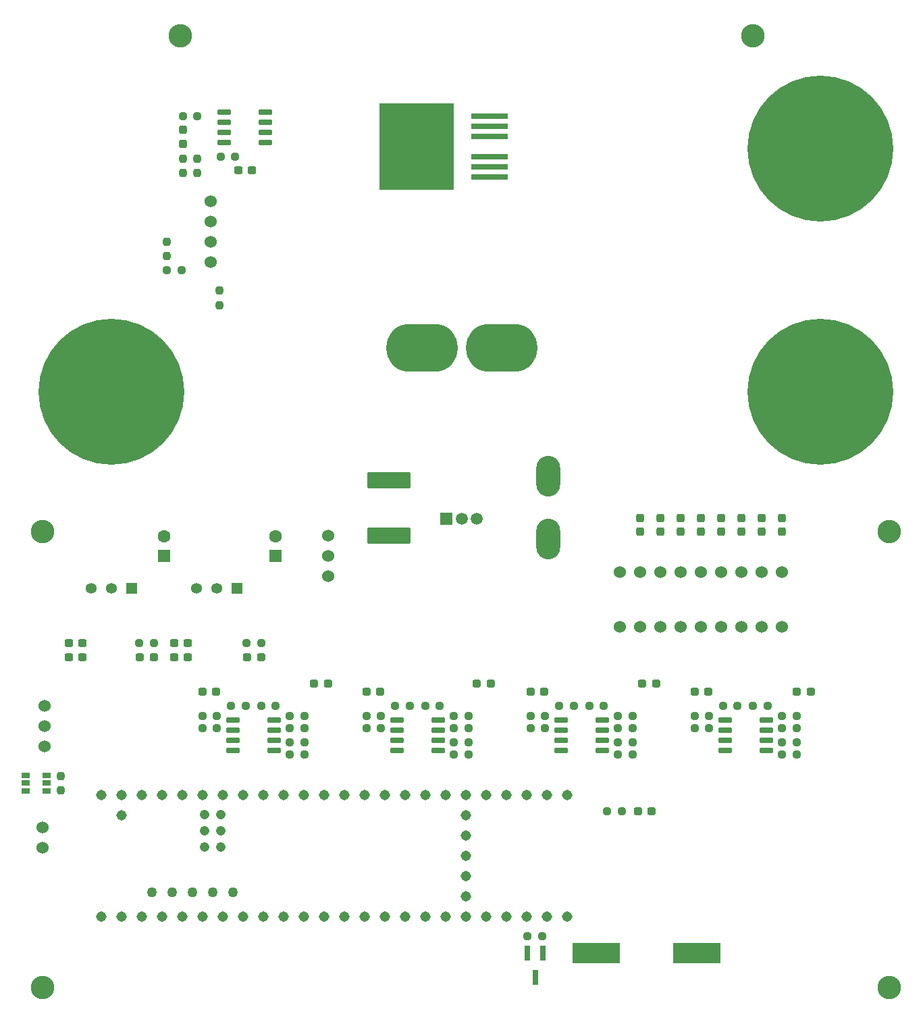
<source format=gts>
G04 #@! TF.GenerationSoftware,KiCad,Pcbnew,(6.0.8)*
G04 #@! TF.CreationDate,2022-10-20T17:13:59-05:00*
G04 #@! TF.ProjectId,2022Rev3,32303232-5265-4763-932e-6b696361645f,rev?*
G04 #@! TF.SameCoordinates,Original*
G04 #@! TF.FileFunction,Soldermask,Top*
G04 #@! TF.FilePolarity,Negative*
%FSLAX46Y46*%
G04 Gerber Fmt 4.6, Leading zero omitted, Abs format (unit mm)*
G04 Created by KiCad (PCBNEW (6.0.8)) date 2022-10-20 17:13:59*
%MOMM*%
%LPD*%
G01*
G04 APERTURE LIST*
G04 Aperture macros list*
%AMRoundRect*
0 Rectangle with rounded corners*
0 $1 Rounding radius*
0 $2 $3 $4 $5 $6 $7 $8 $9 X,Y pos of 4 corners*
0 Add a 4 corners polygon primitive as box body*
4,1,4,$2,$3,$4,$5,$6,$7,$8,$9,$2,$3,0*
0 Add four circle primitives for the rounded corners*
1,1,$1+$1,$2,$3*
1,1,$1+$1,$4,$5*
1,1,$1+$1,$6,$7*
1,1,$1+$1,$8,$9*
0 Add four rect primitives between the rounded corners*
20,1,$1+$1,$2,$3,$4,$5,0*
20,1,$1+$1,$4,$5,$6,$7,0*
20,1,$1+$1,$6,$7,$8,$9,0*
20,1,$1+$1,$8,$9,$2,$3,0*%
%AMHorizOval*
0 Thick line with rounded ends*
0 $1 width*
0 $2 $3 position (X,Y) of the first rounded end (center of the circle)*
0 $4 $5 position (X,Y) of the second rounded end (center of the circle)*
0 Add line between two ends*
20,1,$1,$2,$3,$4,$5,0*
0 Add two circle primitives to create the rounded ends*
1,1,$1,$2,$3*
1,1,$1,$4,$5*%
G04 Aperture macros list end*
%ADD10RoundRect,0.237500X-0.250000X-0.237500X0.250000X-0.237500X0.250000X0.237500X-0.250000X0.237500X0*%
%ADD11R,1.358000X1.358000*%
%ADD12C,1.358000*%
%ADD13R,0.800000X1.900000*%
%ADD14RoundRect,0.237500X-0.237500X0.250000X-0.237500X-0.250000X0.237500X-0.250000X0.237500X0.250000X0*%
%ADD15RoundRect,0.150000X0.725000X0.150000X-0.725000X0.150000X-0.725000X-0.150000X0.725000X-0.150000X0*%
%ADD16RoundRect,0.237500X0.250000X0.237500X-0.250000X0.237500X-0.250000X-0.237500X0.250000X-0.237500X0*%
%ADD17C,1.524000*%
%ADD18C,2.946400*%
%ADD19RoundRect,0.237500X0.237500X-0.287500X0.237500X0.287500X-0.237500X0.287500X-0.237500X-0.287500X0*%
%ADD20R,6.000000X2.500000*%
%ADD21RoundRect,0.237500X0.287500X0.237500X-0.287500X0.237500X-0.287500X-0.237500X0.287500X-0.237500X0*%
%ADD22RoundRect,0.237500X-0.287500X-0.237500X0.287500X-0.237500X0.287500X0.237500X-0.287500X0.237500X0*%
%ADD23RoundRect,0.237500X-0.300000X-0.237500X0.300000X-0.237500X0.300000X0.237500X-0.300000X0.237500X0*%
%ADD24RoundRect,0.237500X0.300000X0.237500X-0.300000X0.237500X-0.300000X-0.237500X0.300000X-0.237500X0*%
%ADD25RoundRect,0.250001X-2.474999X0.799999X-2.474999X-0.799999X2.474999X-0.799999X2.474999X0.799999X0*%
%ADD26C,18.288000*%
%ADD27RoundRect,0.237500X0.237500X-0.250000X0.237500X0.250000X-0.237500X0.250000X-0.237500X-0.250000X0*%
%ADD28R,4.600000X0.800000*%
%ADD29R,9.400000X10.800000*%
%ADD30R,1.600000X1.600000*%
%ADD31C,1.600000*%
%ADD32R,1.000000X0.700000*%
%ADD33O,3.000000X5.100000*%
%ADD34O,2.999999X5.100000*%
%ADD35RoundRect,0.150000X-0.725000X-0.150000X0.725000X-0.150000X0.725000X0.150000X-0.725000X0.150000X0*%
%ADD36R,1.500000X1.500000*%
%ADD37C,1.500000*%
%ADD38C,0.800000*%
%ADD39HorizOval,0.800000X0.000000X0.000000X0.000000X0.000000X0*%
%ADD40HorizOval,0.800000X0.000000X0.000000X0.000000X0.000000X0*%
%ADD41O,9.000000X6.000000*%
%ADD42C,1.308000*%
%ADD43C,1.258000*%
%ADD44C,1.208000*%
G04 APERTURE END LIST*
D10*
X230632000Y-126746000D03*
X232457000Y-126746000D03*
D11*
X169672000Y-112014000D03*
D12*
X167132000Y-112014000D03*
X164592000Y-112014000D03*
D13*
X208026000Y-157734000D03*
X206126000Y-157734000D03*
X207076000Y-160734000D03*
D10*
X213856000Y-126746000D03*
X215681000Y-126746000D03*
D14*
X162941000Y-58119000D03*
X162941000Y-59944000D03*
D10*
X172708000Y-126746000D03*
X174533000Y-126746000D03*
D15*
X236036000Y-132334000D03*
X236036000Y-131064000D03*
X236036000Y-129794000D03*
X236036000Y-128524000D03*
X230886000Y-128524000D03*
X230886000Y-129794000D03*
X230886000Y-131064000D03*
X230886000Y-132334000D03*
D14*
X164719000Y-58119000D03*
X164719000Y-59944000D03*
D10*
X176311000Y-129540000D03*
X178136000Y-129540000D03*
D16*
X208315000Y-129540000D03*
X206490000Y-129540000D03*
D10*
X157433000Y-118872000D03*
X159258000Y-118872000D03*
D17*
X145288000Y-144462500D03*
X145288000Y-141922500D03*
D16*
X198710000Y-128016000D03*
X196885000Y-128016000D03*
X178136000Y-128016000D03*
X176311000Y-128016000D03*
D18*
X234386120Y-42727880D03*
X145288000Y-162052000D03*
X162615880Y-42727880D03*
D15*
X194888000Y-132334000D03*
X194888000Y-131064000D03*
X194888000Y-129794000D03*
X194888000Y-128524000D03*
X189738000Y-128524000D03*
X189738000Y-129794000D03*
X189738000Y-131064000D03*
X189738000Y-132334000D03*
D19*
X227838000Y-104902000D03*
X227838000Y-103152000D03*
D20*
X227330000Y-157734000D03*
X214730000Y-157734000D03*
D21*
X228826000Y-124968000D03*
X227076000Y-124968000D03*
D10*
X193282000Y-126746000D03*
X195107000Y-126746000D03*
D19*
X222758000Y-104902000D03*
X222758000Y-103152000D03*
D10*
X238033000Y-132842000D03*
X239858000Y-132842000D03*
X227064000Y-128016000D03*
X228889000Y-128016000D03*
X217459000Y-132842000D03*
X219284000Y-132842000D03*
X165342000Y-128016000D03*
X167167000Y-128016000D03*
D19*
X235458000Y-104902000D03*
X235458000Y-103152000D03*
D16*
X239858000Y-128016000D03*
X238033000Y-128016000D03*
D22*
X220500000Y-123952000D03*
X222250000Y-123952000D03*
D10*
X206490000Y-128016000D03*
X208315000Y-128016000D03*
X238033000Y-129540000D03*
X239858000Y-129540000D03*
D19*
X230378000Y-104902000D03*
X230378000Y-103152000D03*
D22*
X179352000Y-123952000D03*
X181102000Y-123952000D03*
D10*
X170895000Y-118872000D03*
X172720000Y-118872000D03*
D16*
X217932000Y-139954000D03*
X216107000Y-139954000D03*
D10*
X176311000Y-132842000D03*
X178136000Y-132842000D03*
D19*
X225298000Y-104902000D03*
X225298000Y-103152000D03*
D23*
X161798000Y-118872000D03*
X163523000Y-118872000D03*
X148590000Y-118872000D03*
X150315000Y-118872000D03*
D16*
X162734000Y-72136000D03*
X160909000Y-72136000D03*
D24*
X171577000Y-59563000D03*
X169852000Y-59563000D03*
D25*
X188722000Y-98460000D03*
X188722000Y-105410000D03*
D16*
X207946000Y-155575000D03*
X206121000Y-155575000D03*
D19*
X237998000Y-104902000D03*
X237998000Y-103152000D03*
D16*
X239858000Y-131318000D03*
X238033000Y-131318000D03*
X219284000Y-128016000D03*
X217459000Y-128016000D03*
D26*
X153924000Y-87376000D03*
D10*
X196885000Y-132842000D03*
X198710000Y-132842000D03*
D27*
X147574000Y-137310500D03*
X147574000Y-135485500D03*
D21*
X208252000Y-124968000D03*
X206502000Y-124968000D03*
D17*
X181102000Y-105410000D03*
X181102000Y-107950000D03*
X181102000Y-110490000D03*
D19*
X162941000Y-56233000D03*
X162941000Y-54483000D03*
D17*
X166370000Y-63500000D03*
X166370000Y-66040000D03*
X166370000Y-68580000D03*
X166370000Y-71120000D03*
X166370000Y-71120000D03*
D16*
X228889000Y-129540000D03*
X227064000Y-129540000D03*
D10*
X185916000Y-128016000D03*
X187741000Y-128016000D03*
D28*
X201355000Y-60452000D03*
D29*
X192205000Y-56642000D03*
D28*
X201355000Y-54102000D03*
X201355000Y-57912000D03*
X201355000Y-55372000D03*
X201355000Y-59182000D03*
X201355000Y-52832000D03*
D16*
X178136000Y-131318000D03*
X176311000Y-131318000D03*
D27*
X160909000Y-70358000D03*
X160909000Y-68533000D03*
D30*
X160528000Y-107950000D03*
D31*
X160528000Y-105450000D03*
D10*
X210093000Y-126746000D03*
X211918000Y-126746000D03*
D32*
X145826000Y-137348000D03*
X145826000Y-136398000D03*
X145826000Y-135448000D03*
X143226000Y-135448000D03*
X143226000Y-136398000D03*
X143226000Y-137348000D03*
D15*
X174314000Y-132334000D03*
X174314000Y-131064000D03*
X174314000Y-129794000D03*
X174314000Y-128524000D03*
X169164000Y-128524000D03*
X169164000Y-129794000D03*
X169164000Y-131064000D03*
X169164000Y-132334000D03*
D33*
X208700000Y-105804000D03*
D34*
X208700000Y-97904000D03*
D16*
X187741000Y-129540000D03*
X185916000Y-129540000D03*
D17*
X145542000Y-131826000D03*
X145542000Y-129286000D03*
X145542000Y-126746000D03*
X217678000Y-116840000D03*
X220218000Y-116840000D03*
X222758000Y-116840000D03*
X225298000Y-116840000D03*
X227838000Y-116840000D03*
X230378000Y-116840000D03*
X232918000Y-116840000D03*
X235458000Y-116840000D03*
X237998000Y-116840000D03*
X217678000Y-109982000D03*
X220218000Y-109982000D03*
X222758000Y-109982000D03*
X225298000Y-109982000D03*
X227838000Y-109982000D03*
X230378000Y-109982000D03*
X232918000Y-109982000D03*
X235458000Y-109982000D03*
X237998000Y-109982000D03*
D10*
X217459000Y-129540000D03*
X219284000Y-129540000D03*
D16*
X219284000Y-131318000D03*
X217459000Y-131318000D03*
D35*
X168113000Y-52324000D03*
X168113000Y-53594000D03*
X168113000Y-54864000D03*
X168113000Y-56134000D03*
X173263000Y-56134000D03*
X173263000Y-54864000D03*
X173263000Y-53594000D03*
X173263000Y-52324000D03*
D21*
X221714000Y-139954000D03*
X219964000Y-139954000D03*
D36*
X195966000Y-103265000D03*
D37*
X197876000Y-103265000D03*
X199786000Y-103265000D03*
D38*
X204876000Y-79815000D03*
X206076000Y-83525000D03*
X200876000Y-83915000D03*
X199676000Y-83525000D03*
X202206000Y-79815000D03*
X204876000Y-83915000D03*
X199676000Y-80205000D03*
X202206000Y-83915000D03*
X206826000Y-81235000D03*
X206826000Y-82495000D03*
X203546000Y-83915000D03*
X206076000Y-80205000D03*
D39*
X198926000Y-81235000D03*
D40*
X198926000Y-82495000D03*
D38*
X203546000Y-79815000D03*
X200876000Y-79815000D03*
D41*
X202876000Y-81865000D03*
D38*
X193546000Y-83915000D03*
X189676000Y-80205000D03*
X189676000Y-83525000D03*
X188926000Y-81235000D03*
X190876000Y-79815000D03*
X196076000Y-83525000D03*
D40*
X196826000Y-81235000D03*
D38*
X196076000Y-80205000D03*
X188926000Y-82495000D03*
X194876000Y-83915000D03*
X192206000Y-79815000D03*
D41*
X192876000Y-81865000D03*
D39*
X196826000Y-82495000D03*
D38*
X193546000Y-79815000D03*
X192206000Y-83915000D03*
X194876000Y-79815000D03*
X190876000Y-83915000D03*
D42*
X155194000Y-153162000D03*
X157734000Y-153162000D03*
X160274000Y-153162000D03*
X162814000Y-153162000D03*
X188214000Y-153162000D03*
X157734000Y-137922000D03*
X198374000Y-148082000D03*
X165354000Y-153162000D03*
X167894000Y-153162000D03*
D43*
X159004000Y-150112000D03*
D42*
X170434000Y-153162000D03*
X172974000Y-153162000D03*
X175514000Y-153162000D03*
X178054000Y-153162000D03*
X180594000Y-153162000D03*
X183134000Y-153162000D03*
X185674000Y-153162000D03*
X185674000Y-137922000D03*
X183134000Y-137922000D03*
X180594000Y-137922000D03*
X178054000Y-137922000D03*
X175514000Y-137922000D03*
X172974000Y-137922000D03*
X170434000Y-137922000D03*
X167894000Y-137922000D03*
X165354000Y-137922000D03*
X162814000Y-137922000D03*
X160274000Y-137922000D03*
X190754000Y-153162000D03*
X193294000Y-153162000D03*
X195834000Y-153162000D03*
X198374000Y-153162000D03*
X200914000Y-153162000D03*
X203454000Y-153162000D03*
X205994000Y-153162000D03*
X208534000Y-153162000D03*
X211074000Y-153162000D03*
X211074000Y-137922000D03*
X208534000Y-137922000D03*
X205994000Y-137922000D03*
X203454000Y-137922000D03*
X200914000Y-137922000D03*
X198374000Y-137922000D03*
X195834000Y-137922000D03*
X193294000Y-137922000D03*
X190754000Y-137922000D03*
D43*
X164084000Y-150112000D03*
X161544000Y-150112000D03*
D42*
X152654000Y-153162000D03*
X188214000Y-137922000D03*
X155194000Y-137922000D03*
X198374000Y-145542000D03*
D44*
X167624000Y-142372000D03*
X165624000Y-142372000D03*
D42*
X198374000Y-140462000D03*
X198374000Y-143002000D03*
D44*
X165624000Y-140372000D03*
X167624000Y-140372000D03*
X167624000Y-144372000D03*
X165624000Y-144372000D03*
D43*
X166624000Y-150112000D03*
X169164000Y-150112000D03*
D42*
X198374000Y-150622000D03*
X152654000Y-137922000D03*
X155194000Y-140462000D03*
D21*
X159258000Y-120650000D03*
X157508000Y-120650000D03*
D26*
X242824000Y-87376000D03*
D10*
X189519000Y-126746000D03*
X191344000Y-126746000D03*
D16*
X167167000Y-129540000D03*
X165342000Y-129540000D03*
D18*
X251460000Y-104902000D03*
D11*
X156464000Y-112014000D03*
D12*
X153924000Y-112014000D03*
X151384000Y-112014000D03*
D22*
X239917000Y-124968000D03*
X241667000Y-124968000D03*
D19*
X220218000Y-104902000D03*
X220218000Y-103152000D03*
D10*
X167640000Y-57912000D03*
X169465000Y-57912000D03*
D30*
X174498000Y-107950000D03*
D31*
X174498000Y-105450000D03*
D10*
X196885000Y-129540000D03*
X198710000Y-129540000D03*
D18*
X145288000Y-104902000D03*
D21*
X172720000Y-120650000D03*
X170970000Y-120650000D03*
D19*
X232918000Y-104902000D03*
X232918000Y-103152000D03*
D22*
X199785000Y-123952000D03*
X201535000Y-123952000D03*
D23*
X148590000Y-120650000D03*
X150315000Y-120650000D03*
D16*
X198710000Y-131318000D03*
X196885000Y-131318000D03*
D18*
X251460000Y-162052000D03*
D23*
X161798000Y-120650000D03*
X163523000Y-120650000D03*
D10*
X234395000Y-126746000D03*
X236220000Y-126746000D03*
X168945000Y-126746000D03*
X170770000Y-126746000D03*
X162894000Y-52832000D03*
X164719000Y-52832000D03*
D21*
X167104000Y-124968000D03*
X165354000Y-124968000D03*
X187678000Y-124968000D03*
X185928000Y-124968000D03*
D15*
X215462000Y-132334000D03*
X215462000Y-131064000D03*
X215462000Y-129794000D03*
X215462000Y-128524000D03*
X210312000Y-128524000D03*
X210312000Y-129794000D03*
X210312000Y-131064000D03*
X210312000Y-132334000D03*
D14*
X167489500Y-74676000D03*
X167489500Y-76501000D03*
D26*
X242824000Y-56896000D03*
M02*

</source>
